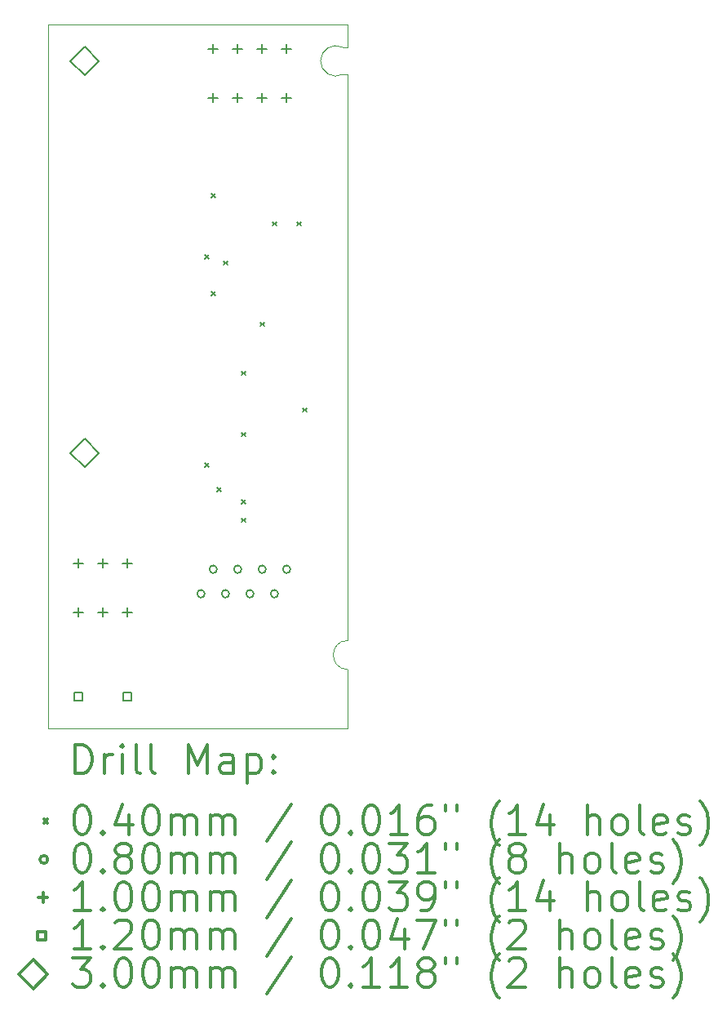
<source format=gbr>
%FSLAX45Y45*%
G04 Gerber Fmt 4.5, Leading zero omitted, Abs format (unit mm)*
G04 Created by KiCad (PCBNEW (5.1.6)-1) date 2023-01-22 16:57:35*
%MOMM*%
%LPD*%
G01*
G04 APERTURE LIST*
%TA.AperFunction,Profile*%
%ADD10C,0.050000*%
%TD*%
%ADD11C,0.200000*%
%ADD12C,0.300000*%
G04 APERTURE END LIST*
D10*
X14554200Y-6680200D02*
G75*
G02*
X14554200Y-6400800I-73800J139700D01*
G01*
X14605000Y-6400800D02*
X14554200Y-6400800D01*
X14605000Y-6680200D02*
X14554200Y-6680200D01*
X14605000Y-6159500D02*
X14605000Y-6400800D01*
X14605000Y-12850000D02*
G75*
G02*
X14605000Y-12550000I0J150000D01*
G01*
X11493500Y-6159500D02*
X12382500Y-6159500D01*
X11493500Y-6350000D02*
X11493500Y-6159500D01*
X11493500Y-9842500D02*
X11493500Y-6350000D01*
X11493500Y-13462000D02*
X11493500Y-9842500D01*
X14605000Y-6159500D02*
X12382500Y-6159500D01*
X14605000Y-12550000D02*
X14605000Y-6680200D01*
X14605000Y-13462000D02*
X14605000Y-12850000D01*
X11493500Y-13462000D02*
X14605000Y-13462000D01*
D11*
X13505500Y-10394000D02*
X13545500Y-10434000D01*
X13545500Y-10394000D02*
X13505500Y-10434000D01*
X13505500Y-11283000D02*
X13545500Y-11323000D01*
X13545500Y-11283000D02*
X13505500Y-11323000D01*
X13696000Y-9251000D02*
X13736000Y-9291000D01*
X13736000Y-9251000D02*
X13696000Y-9291000D01*
X14140500Y-10140000D02*
X14180500Y-10180000D01*
X14180500Y-10140000D02*
X14140500Y-10180000D01*
X13505500Y-9759000D02*
X13545500Y-9799000D01*
X13545500Y-9759000D02*
X13505500Y-9799000D01*
X13124500Y-10711500D02*
X13164500Y-10751500D01*
X13164500Y-10711500D02*
X13124500Y-10751500D01*
X13505500Y-11092500D02*
X13545500Y-11132500D01*
X13545500Y-11092500D02*
X13505500Y-11132500D01*
X14077000Y-8209600D02*
X14117000Y-8249600D01*
X14117000Y-8209600D02*
X14077000Y-8249600D01*
X13315000Y-8616000D02*
X13355000Y-8656000D01*
X13355000Y-8616000D02*
X13315000Y-8656000D01*
X13188000Y-7917500D02*
X13228000Y-7957500D01*
X13228000Y-7917500D02*
X13188000Y-7957500D01*
X13124500Y-8552500D02*
X13164500Y-8592500D01*
X13164500Y-8552500D02*
X13124500Y-8592500D01*
X13188000Y-8933500D02*
X13228000Y-8973500D01*
X13228000Y-8933500D02*
X13188000Y-8973500D01*
X13823000Y-8209600D02*
X13863000Y-8249600D01*
X13863000Y-8209600D02*
X13823000Y-8249600D01*
X13251500Y-10965500D02*
X13291500Y-11005500D01*
X13291500Y-10965500D02*
X13251500Y-11005500D01*
X13121100Y-12065000D02*
G75*
G03*
X13121100Y-12065000I-40000J0D01*
G01*
X13248100Y-11811000D02*
G75*
G03*
X13248100Y-11811000I-40000J0D01*
G01*
X13375100Y-12065000D02*
G75*
G03*
X13375100Y-12065000I-40000J0D01*
G01*
X13502100Y-11811000D02*
G75*
G03*
X13502100Y-11811000I-40000J0D01*
G01*
X13629100Y-12065000D02*
G75*
G03*
X13629100Y-12065000I-40000J0D01*
G01*
X13756100Y-11811000D02*
G75*
G03*
X13756100Y-11811000I-40000J0D01*
G01*
X13883100Y-12065000D02*
G75*
G03*
X13883100Y-12065000I-40000J0D01*
G01*
X14010100Y-11811000D02*
G75*
G03*
X14010100Y-11811000I-40000J0D01*
G01*
X11811000Y-12205500D02*
X11811000Y-12305500D01*
X11761000Y-12255500D02*
X11861000Y-12255500D01*
X12065000Y-12205500D02*
X12065000Y-12305500D01*
X12015000Y-12255500D02*
X12115000Y-12255500D01*
X12319000Y-12205500D02*
X12319000Y-12305500D01*
X12269000Y-12255500D02*
X12369000Y-12255500D01*
X11811000Y-11697500D02*
X11811000Y-11797500D01*
X11761000Y-11747500D02*
X11861000Y-11747500D01*
X12065000Y-11697500D02*
X12065000Y-11797500D01*
X12015000Y-11747500D02*
X12115000Y-11747500D01*
X12319000Y-11697500D02*
X12319000Y-11797500D01*
X12269000Y-11747500D02*
X12369000Y-11747500D01*
X13208000Y-6363500D02*
X13208000Y-6463500D01*
X13158000Y-6413500D02*
X13258000Y-6413500D01*
X13462000Y-6363500D02*
X13462000Y-6463500D01*
X13412000Y-6413500D02*
X13512000Y-6413500D01*
X13716000Y-6363500D02*
X13716000Y-6463500D01*
X13666000Y-6413500D02*
X13766000Y-6413500D01*
X13970000Y-6363500D02*
X13970000Y-6463500D01*
X13920000Y-6413500D02*
X14020000Y-6413500D01*
X13208000Y-6871500D02*
X13208000Y-6971500D01*
X13158000Y-6921500D02*
X13258000Y-6921500D01*
X13462000Y-6871500D02*
X13462000Y-6971500D01*
X13412000Y-6921500D02*
X13512000Y-6921500D01*
X13716000Y-6871500D02*
X13716000Y-6971500D01*
X13666000Y-6921500D02*
X13766000Y-6921500D01*
X13970000Y-6871500D02*
X13970000Y-6971500D01*
X13920000Y-6921500D02*
X14020000Y-6921500D01*
X11853427Y-13174227D02*
X11853427Y-13089373D01*
X11768573Y-13089373D01*
X11768573Y-13174227D01*
X11853427Y-13174227D01*
X12361427Y-13174227D02*
X12361427Y-13089373D01*
X12276573Y-13089373D01*
X12276573Y-13174227D01*
X12361427Y-13174227D01*
X11874500Y-6690500D02*
X12024500Y-6540500D01*
X11874500Y-6390500D01*
X11724500Y-6540500D01*
X11874500Y-6690500D01*
X11874500Y-10754500D02*
X12024500Y-10604500D01*
X11874500Y-10454500D01*
X11724500Y-10604500D01*
X11874500Y-10754500D01*
D12*
X11777428Y-13930214D02*
X11777428Y-13630214D01*
X11848857Y-13630214D01*
X11891714Y-13644500D01*
X11920286Y-13673071D01*
X11934571Y-13701643D01*
X11948857Y-13758786D01*
X11948857Y-13801643D01*
X11934571Y-13858786D01*
X11920286Y-13887357D01*
X11891714Y-13915929D01*
X11848857Y-13930214D01*
X11777428Y-13930214D01*
X12077428Y-13930214D02*
X12077428Y-13730214D01*
X12077428Y-13787357D02*
X12091714Y-13758786D01*
X12106000Y-13744500D01*
X12134571Y-13730214D01*
X12163143Y-13730214D01*
X12263143Y-13930214D02*
X12263143Y-13730214D01*
X12263143Y-13630214D02*
X12248857Y-13644500D01*
X12263143Y-13658786D01*
X12277428Y-13644500D01*
X12263143Y-13630214D01*
X12263143Y-13658786D01*
X12448857Y-13930214D02*
X12420286Y-13915929D01*
X12406000Y-13887357D01*
X12406000Y-13630214D01*
X12606000Y-13930214D02*
X12577428Y-13915929D01*
X12563143Y-13887357D01*
X12563143Y-13630214D01*
X12948857Y-13930214D02*
X12948857Y-13630214D01*
X13048857Y-13844500D01*
X13148857Y-13630214D01*
X13148857Y-13930214D01*
X13420286Y-13930214D02*
X13420286Y-13773071D01*
X13406000Y-13744500D01*
X13377428Y-13730214D01*
X13320286Y-13730214D01*
X13291714Y-13744500D01*
X13420286Y-13915929D02*
X13391714Y-13930214D01*
X13320286Y-13930214D01*
X13291714Y-13915929D01*
X13277428Y-13887357D01*
X13277428Y-13858786D01*
X13291714Y-13830214D01*
X13320286Y-13815929D01*
X13391714Y-13815929D01*
X13420286Y-13801643D01*
X13563143Y-13730214D02*
X13563143Y-14030214D01*
X13563143Y-13744500D02*
X13591714Y-13730214D01*
X13648857Y-13730214D01*
X13677428Y-13744500D01*
X13691714Y-13758786D01*
X13706000Y-13787357D01*
X13706000Y-13873071D01*
X13691714Y-13901643D01*
X13677428Y-13915929D01*
X13648857Y-13930214D01*
X13591714Y-13930214D01*
X13563143Y-13915929D01*
X13834571Y-13901643D02*
X13848857Y-13915929D01*
X13834571Y-13930214D01*
X13820286Y-13915929D01*
X13834571Y-13901643D01*
X13834571Y-13930214D01*
X13834571Y-13744500D02*
X13848857Y-13758786D01*
X13834571Y-13773071D01*
X13820286Y-13758786D01*
X13834571Y-13744500D01*
X13834571Y-13773071D01*
X11451000Y-14404500D02*
X11491000Y-14444500D01*
X11491000Y-14404500D02*
X11451000Y-14444500D01*
X11834571Y-14260214D02*
X11863143Y-14260214D01*
X11891714Y-14274500D01*
X11906000Y-14288786D01*
X11920286Y-14317357D01*
X11934571Y-14374500D01*
X11934571Y-14445929D01*
X11920286Y-14503071D01*
X11906000Y-14531643D01*
X11891714Y-14545929D01*
X11863143Y-14560214D01*
X11834571Y-14560214D01*
X11806000Y-14545929D01*
X11791714Y-14531643D01*
X11777428Y-14503071D01*
X11763143Y-14445929D01*
X11763143Y-14374500D01*
X11777428Y-14317357D01*
X11791714Y-14288786D01*
X11806000Y-14274500D01*
X11834571Y-14260214D01*
X12063143Y-14531643D02*
X12077428Y-14545929D01*
X12063143Y-14560214D01*
X12048857Y-14545929D01*
X12063143Y-14531643D01*
X12063143Y-14560214D01*
X12334571Y-14360214D02*
X12334571Y-14560214D01*
X12263143Y-14245929D02*
X12191714Y-14460214D01*
X12377428Y-14460214D01*
X12548857Y-14260214D02*
X12577428Y-14260214D01*
X12606000Y-14274500D01*
X12620286Y-14288786D01*
X12634571Y-14317357D01*
X12648857Y-14374500D01*
X12648857Y-14445929D01*
X12634571Y-14503071D01*
X12620286Y-14531643D01*
X12606000Y-14545929D01*
X12577428Y-14560214D01*
X12548857Y-14560214D01*
X12520286Y-14545929D01*
X12506000Y-14531643D01*
X12491714Y-14503071D01*
X12477428Y-14445929D01*
X12477428Y-14374500D01*
X12491714Y-14317357D01*
X12506000Y-14288786D01*
X12520286Y-14274500D01*
X12548857Y-14260214D01*
X12777428Y-14560214D02*
X12777428Y-14360214D01*
X12777428Y-14388786D02*
X12791714Y-14374500D01*
X12820286Y-14360214D01*
X12863143Y-14360214D01*
X12891714Y-14374500D01*
X12906000Y-14403071D01*
X12906000Y-14560214D01*
X12906000Y-14403071D02*
X12920286Y-14374500D01*
X12948857Y-14360214D01*
X12991714Y-14360214D01*
X13020286Y-14374500D01*
X13034571Y-14403071D01*
X13034571Y-14560214D01*
X13177428Y-14560214D02*
X13177428Y-14360214D01*
X13177428Y-14388786D02*
X13191714Y-14374500D01*
X13220286Y-14360214D01*
X13263143Y-14360214D01*
X13291714Y-14374500D01*
X13306000Y-14403071D01*
X13306000Y-14560214D01*
X13306000Y-14403071D02*
X13320286Y-14374500D01*
X13348857Y-14360214D01*
X13391714Y-14360214D01*
X13420286Y-14374500D01*
X13434571Y-14403071D01*
X13434571Y-14560214D01*
X14020286Y-14245929D02*
X13763143Y-14631643D01*
X14406000Y-14260214D02*
X14434571Y-14260214D01*
X14463143Y-14274500D01*
X14477428Y-14288786D01*
X14491714Y-14317357D01*
X14506000Y-14374500D01*
X14506000Y-14445929D01*
X14491714Y-14503071D01*
X14477428Y-14531643D01*
X14463143Y-14545929D01*
X14434571Y-14560214D01*
X14406000Y-14560214D01*
X14377428Y-14545929D01*
X14363143Y-14531643D01*
X14348857Y-14503071D01*
X14334571Y-14445929D01*
X14334571Y-14374500D01*
X14348857Y-14317357D01*
X14363143Y-14288786D01*
X14377428Y-14274500D01*
X14406000Y-14260214D01*
X14634571Y-14531643D02*
X14648857Y-14545929D01*
X14634571Y-14560214D01*
X14620286Y-14545929D01*
X14634571Y-14531643D01*
X14634571Y-14560214D01*
X14834571Y-14260214D02*
X14863143Y-14260214D01*
X14891714Y-14274500D01*
X14906000Y-14288786D01*
X14920286Y-14317357D01*
X14934571Y-14374500D01*
X14934571Y-14445929D01*
X14920286Y-14503071D01*
X14906000Y-14531643D01*
X14891714Y-14545929D01*
X14863143Y-14560214D01*
X14834571Y-14560214D01*
X14806000Y-14545929D01*
X14791714Y-14531643D01*
X14777428Y-14503071D01*
X14763143Y-14445929D01*
X14763143Y-14374500D01*
X14777428Y-14317357D01*
X14791714Y-14288786D01*
X14806000Y-14274500D01*
X14834571Y-14260214D01*
X15220286Y-14560214D02*
X15048857Y-14560214D01*
X15134571Y-14560214D02*
X15134571Y-14260214D01*
X15106000Y-14303071D01*
X15077428Y-14331643D01*
X15048857Y-14345929D01*
X15477428Y-14260214D02*
X15420286Y-14260214D01*
X15391714Y-14274500D01*
X15377428Y-14288786D01*
X15348857Y-14331643D01*
X15334571Y-14388786D01*
X15334571Y-14503071D01*
X15348857Y-14531643D01*
X15363143Y-14545929D01*
X15391714Y-14560214D01*
X15448857Y-14560214D01*
X15477428Y-14545929D01*
X15491714Y-14531643D01*
X15506000Y-14503071D01*
X15506000Y-14431643D01*
X15491714Y-14403071D01*
X15477428Y-14388786D01*
X15448857Y-14374500D01*
X15391714Y-14374500D01*
X15363143Y-14388786D01*
X15348857Y-14403071D01*
X15334571Y-14431643D01*
X15620286Y-14260214D02*
X15620286Y-14317357D01*
X15734571Y-14260214D02*
X15734571Y-14317357D01*
X16177428Y-14674500D02*
X16163143Y-14660214D01*
X16134571Y-14617357D01*
X16120286Y-14588786D01*
X16106000Y-14545929D01*
X16091714Y-14474500D01*
X16091714Y-14417357D01*
X16106000Y-14345929D01*
X16120286Y-14303071D01*
X16134571Y-14274500D01*
X16163143Y-14231643D01*
X16177428Y-14217357D01*
X16448857Y-14560214D02*
X16277428Y-14560214D01*
X16363143Y-14560214D02*
X16363143Y-14260214D01*
X16334571Y-14303071D01*
X16306000Y-14331643D01*
X16277428Y-14345929D01*
X16706000Y-14360214D02*
X16706000Y-14560214D01*
X16634571Y-14245929D02*
X16563143Y-14460214D01*
X16748857Y-14460214D01*
X17091714Y-14560214D02*
X17091714Y-14260214D01*
X17220286Y-14560214D02*
X17220286Y-14403071D01*
X17206000Y-14374500D01*
X17177428Y-14360214D01*
X17134571Y-14360214D01*
X17106000Y-14374500D01*
X17091714Y-14388786D01*
X17406000Y-14560214D02*
X17377428Y-14545929D01*
X17363143Y-14531643D01*
X17348857Y-14503071D01*
X17348857Y-14417357D01*
X17363143Y-14388786D01*
X17377428Y-14374500D01*
X17406000Y-14360214D01*
X17448857Y-14360214D01*
X17477428Y-14374500D01*
X17491714Y-14388786D01*
X17506000Y-14417357D01*
X17506000Y-14503071D01*
X17491714Y-14531643D01*
X17477428Y-14545929D01*
X17448857Y-14560214D01*
X17406000Y-14560214D01*
X17677428Y-14560214D02*
X17648857Y-14545929D01*
X17634571Y-14517357D01*
X17634571Y-14260214D01*
X17906000Y-14545929D02*
X17877428Y-14560214D01*
X17820286Y-14560214D01*
X17791714Y-14545929D01*
X17777428Y-14517357D01*
X17777428Y-14403071D01*
X17791714Y-14374500D01*
X17820286Y-14360214D01*
X17877428Y-14360214D01*
X17906000Y-14374500D01*
X17920286Y-14403071D01*
X17920286Y-14431643D01*
X17777428Y-14460214D01*
X18034571Y-14545929D02*
X18063143Y-14560214D01*
X18120286Y-14560214D01*
X18148857Y-14545929D01*
X18163143Y-14517357D01*
X18163143Y-14503071D01*
X18148857Y-14474500D01*
X18120286Y-14460214D01*
X18077428Y-14460214D01*
X18048857Y-14445929D01*
X18034571Y-14417357D01*
X18034571Y-14403071D01*
X18048857Y-14374500D01*
X18077428Y-14360214D01*
X18120286Y-14360214D01*
X18148857Y-14374500D01*
X18263143Y-14674500D02*
X18277428Y-14660214D01*
X18306000Y-14617357D01*
X18320286Y-14588786D01*
X18334571Y-14545929D01*
X18348857Y-14474500D01*
X18348857Y-14417357D01*
X18334571Y-14345929D01*
X18320286Y-14303071D01*
X18306000Y-14274500D01*
X18277428Y-14231643D01*
X18263143Y-14217357D01*
X11491000Y-14820500D02*
G75*
G03*
X11491000Y-14820500I-40000J0D01*
G01*
X11834571Y-14656214D02*
X11863143Y-14656214D01*
X11891714Y-14670500D01*
X11906000Y-14684786D01*
X11920286Y-14713357D01*
X11934571Y-14770500D01*
X11934571Y-14841929D01*
X11920286Y-14899071D01*
X11906000Y-14927643D01*
X11891714Y-14941929D01*
X11863143Y-14956214D01*
X11834571Y-14956214D01*
X11806000Y-14941929D01*
X11791714Y-14927643D01*
X11777428Y-14899071D01*
X11763143Y-14841929D01*
X11763143Y-14770500D01*
X11777428Y-14713357D01*
X11791714Y-14684786D01*
X11806000Y-14670500D01*
X11834571Y-14656214D01*
X12063143Y-14927643D02*
X12077428Y-14941929D01*
X12063143Y-14956214D01*
X12048857Y-14941929D01*
X12063143Y-14927643D01*
X12063143Y-14956214D01*
X12248857Y-14784786D02*
X12220286Y-14770500D01*
X12206000Y-14756214D01*
X12191714Y-14727643D01*
X12191714Y-14713357D01*
X12206000Y-14684786D01*
X12220286Y-14670500D01*
X12248857Y-14656214D01*
X12306000Y-14656214D01*
X12334571Y-14670500D01*
X12348857Y-14684786D01*
X12363143Y-14713357D01*
X12363143Y-14727643D01*
X12348857Y-14756214D01*
X12334571Y-14770500D01*
X12306000Y-14784786D01*
X12248857Y-14784786D01*
X12220286Y-14799071D01*
X12206000Y-14813357D01*
X12191714Y-14841929D01*
X12191714Y-14899071D01*
X12206000Y-14927643D01*
X12220286Y-14941929D01*
X12248857Y-14956214D01*
X12306000Y-14956214D01*
X12334571Y-14941929D01*
X12348857Y-14927643D01*
X12363143Y-14899071D01*
X12363143Y-14841929D01*
X12348857Y-14813357D01*
X12334571Y-14799071D01*
X12306000Y-14784786D01*
X12548857Y-14656214D02*
X12577428Y-14656214D01*
X12606000Y-14670500D01*
X12620286Y-14684786D01*
X12634571Y-14713357D01*
X12648857Y-14770500D01*
X12648857Y-14841929D01*
X12634571Y-14899071D01*
X12620286Y-14927643D01*
X12606000Y-14941929D01*
X12577428Y-14956214D01*
X12548857Y-14956214D01*
X12520286Y-14941929D01*
X12506000Y-14927643D01*
X12491714Y-14899071D01*
X12477428Y-14841929D01*
X12477428Y-14770500D01*
X12491714Y-14713357D01*
X12506000Y-14684786D01*
X12520286Y-14670500D01*
X12548857Y-14656214D01*
X12777428Y-14956214D02*
X12777428Y-14756214D01*
X12777428Y-14784786D02*
X12791714Y-14770500D01*
X12820286Y-14756214D01*
X12863143Y-14756214D01*
X12891714Y-14770500D01*
X12906000Y-14799071D01*
X12906000Y-14956214D01*
X12906000Y-14799071D02*
X12920286Y-14770500D01*
X12948857Y-14756214D01*
X12991714Y-14756214D01*
X13020286Y-14770500D01*
X13034571Y-14799071D01*
X13034571Y-14956214D01*
X13177428Y-14956214D02*
X13177428Y-14756214D01*
X13177428Y-14784786D02*
X13191714Y-14770500D01*
X13220286Y-14756214D01*
X13263143Y-14756214D01*
X13291714Y-14770500D01*
X13306000Y-14799071D01*
X13306000Y-14956214D01*
X13306000Y-14799071D02*
X13320286Y-14770500D01*
X13348857Y-14756214D01*
X13391714Y-14756214D01*
X13420286Y-14770500D01*
X13434571Y-14799071D01*
X13434571Y-14956214D01*
X14020286Y-14641929D02*
X13763143Y-15027643D01*
X14406000Y-14656214D02*
X14434571Y-14656214D01*
X14463143Y-14670500D01*
X14477428Y-14684786D01*
X14491714Y-14713357D01*
X14506000Y-14770500D01*
X14506000Y-14841929D01*
X14491714Y-14899071D01*
X14477428Y-14927643D01*
X14463143Y-14941929D01*
X14434571Y-14956214D01*
X14406000Y-14956214D01*
X14377428Y-14941929D01*
X14363143Y-14927643D01*
X14348857Y-14899071D01*
X14334571Y-14841929D01*
X14334571Y-14770500D01*
X14348857Y-14713357D01*
X14363143Y-14684786D01*
X14377428Y-14670500D01*
X14406000Y-14656214D01*
X14634571Y-14927643D02*
X14648857Y-14941929D01*
X14634571Y-14956214D01*
X14620286Y-14941929D01*
X14634571Y-14927643D01*
X14634571Y-14956214D01*
X14834571Y-14656214D02*
X14863143Y-14656214D01*
X14891714Y-14670500D01*
X14906000Y-14684786D01*
X14920286Y-14713357D01*
X14934571Y-14770500D01*
X14934571Y-14841929D01*
X14920286Y-14899071D01*
X14906000Y-14927643D01*
X14891714Y-14941929D01*
X14863143Y-14956214D01*
X14834571Y-14956214D01*
X14806000Y-14941929D01*
X14791714Y-14927643D01*
X14777428Y-14899071D01*
X14763143Y-14841929D01*
X14763143Y-14770500D01*
X14777428Y-14713357D01*
X14791714Y-14684786D01*
X14806000Y-14670500D01*
X14834571Y-14656214D01*
X15034571Y-14656214D02*
X15220286Y-14656214D01*
X15120286Y-14770500D01*
X15163143Y-14770500D01*
X15191714Y-14784786D01*
X15206000Y-14799071D01*
X15220286Y-14827643D01*
X15220286Y-14899071D01*
X15206000Y-14927643D01*
X15191714Y-14941929D01*
X15163143Y-14956214D01*
X15077428Y-14956214D01*
X15048857Y-14941929D01*
X15034571Y-14927643D01*
X15506000Y-14956214D02*
X15334571Y-14956214D01*
X15420286Y-14956214D02*
X15420286Y-14656214D01*
X15391714Y-14699071D01*
X15363143Y-14727643D01*
X15334571Y-14741929D01*
X15620286Y-14656214D02*
X15620286Y-14713357D01*
X15734571Y-14656214D02*
X15734571Y-14713357D01*
X16177428Y-15070500D02*
X16163143Y-15056214D01*
X16134571Y-15013357D01*
X16120286Y-14984786D01*
X16106000Y-14941929D01*
X16091714Y-14870500D01*
X16091714Y-14813357D01*
X16106000Y-14741929D01*
X16120286Y-14699071D01*
X16134571Y-14670500D01*
X16163143Y-14627643D01*
X16177428Y-14613357D01*
X16334571Y-14784786D02*
X16306000Y-14770500D01*
X16291714Y-14756214D01*
X16277428Y-14727643D01*
X16277428Y-14713357D01*
X16291714Y-14684786D01*
X16306000Y-14670500D01*
X16334571Y-14656214D01*
X16391714Y-14656214D01*
X16420286Y-14670500D01*
X16434571Y-14684786D01*
X16448857Y-14713357D01*
X16448857Y-14727643D01*
X16434571Y-14756214D01*
X16420286Y-14770500D01*
X16391714Y-14784786D01*
X16334571Y-14784786D01*
X16306000Y-14799071D01*
X16291714Y-14813357D01*
X16277428Y-14841929D01*
X16277428Y-14899071D01*
X16291714Y-14927643D01*
X16306000Y-14941929D01*
X16334571Y-14956214D01*
X16391714Y-14956214D01*
X16420286Y-14941929D01*
X16434571Y-14927643D01*
X16448857Y-14899071D01*
X16448857Y-14841929D01*
X16434571Y-14813357D01*
X16420286Y-14799071D01*
X16391714Y-14784786D01*
X16806000Y-14956214D02*
X16806000Y-14656214D01*
X16934571Y-14956214D02*
X16934571Y-14799071D01*
X16920286Y-14770500D01*
X16891714Y-14756214D01*
X16848857Y-14756214D01*
X16820286Y-14770500D01*
X16806000Y-14784786D01*
X17120286Y-14956214D02*
X17091714Y-14941929D01*
X17077428Y-14927643D01*
X17063143Y-14899071D01*
X17063143Y-14813357D01*
X17077428Y-14784786D01*
X17091714Y-14770500D01*
X17120286Y-14756214D01*
X17163143Y-14756214D01*
X17191714Y-14770500D01*
X17206000Y-14784786D01*
X17220286Y-14813357D01*
X17220286Y-14899071D01*
X17206000Y-14927643D01*
X17191714Y-14941929D01*
X17163143Y-14956214D01*
X17120286Y-14956214D01*
X17391714Y-14956214D02*
X17363143Y-14941929D01*
X17348857Y-14913357D01*
X17348857Y-14656214D01*
X17620286Y-14941929D02*
X17591714Y-14956214D01*
X17534571Y-14956214D01*
X17506000Y-14941929D01*
X17491714Y-14913357D01*
X17491714Y-14799071D01*
X17506000Y-14770500D01*
X17534571Y-14756214D01*
X17591714Y-14756214D01*
X17620286Y-14770500D01*
X17634571Y-14799071D01*
X17634571Y-14827643D01*
X17491714Y-14856214D01*
X17748857Y-14941929D02*
X17777428Y-14956214D01*
X17834571Y-14956214D01*
X17863143Y-14941929D01*
X17877428Y-14913357D01*
X17877428Y-14899071D01*
X17863143Y-14870500D01*
X17834571Y-14856214D01*
X17791714Y-14856214D01*
X17763143Y-14841929D01*
X17748857Y-14813357D01*
X17748857Y-14799071D01*
X17763143Y-14770500D01*
X17791714Y-14756214D01*
X17834571Y-14756214D01*
X17863143Y-14770500D01*
X17977428Y-15070500D02*
X17991714Y-15056214D01*
X18020286Y-15013357D01*
X18034571Y-14984786D01*
X18048857Y-14941929D01*
X18063143Y-14870500D01*
X18063143Y-14813357D01*
X18048857Y-14741929D01*
X18034571Y-14699071D01*
X18020286Y-14670500D01*
X17991714Y-14627643D01*
X17977428Y-14613357D01*
X11441000Y-15166500D02*
X11441000Y-15266500D01*
X11391000Y-15216500D02*
X11491000Y-15216500D01*
X11934571Y-15352214D02*
X11763143Y-15352214D01*
X11848857Y-15352214D02*
X11848857Y-15052214D01*
X11820286Y-15095071D01*
X11791714Y-15123643D01*
X11763143Y-15137929D01*
X12063143Y-15323643D02*
X12077428Y-15337929D01*
X12063143Y-15352214D01*
X12048857Y-15337929D01*
X12063143Y-15323643D01*
X12063143Y-15352214D01*
X12263143Y-15052214D02*
X12291714Y-15052214D01*
X12320286Y-15066500D01*
X12334571Y-15080786D01*
X12348857Y-15109357D01*
X12363143Y-15166500D01*
X12363143Y-15237929D01*
X12348857Y-15295071D01*
X12334571Y-15323643D01*
X12320286Y-15337929D01*
X12291714Y-15352214D01*
X12263143Y-15352214D01*
X12234571Y-15337929D01*
X12220286Y-15323643D01*
X12206000Y-15295071D01*
X12191714Y-15237929D01*
X12191714Y-15166500D01*
X12206000Y-15109357D01*
X12220286Y-15080786D01*
X12234571Y-15066500D01*
X12263143Y-15052214D01*
X12548857Y-15052214D02*
X12577428Y-15052214D01*
X12606000Y-15066500D01*
X12620286Y-15080786D01*
X12634571Y-15109357D01*
X12648857Y-15166500D01*
X12648857Y-15237929D01*
X12634571Y-15295071D01*
X12620286Y-15323643D01*
X12606000Y-15337929D01*
X12577428Y-15352214D01*
X12548857Y-15352214D01*
X12520286Y-15337929D01*
X12506000Y-15323643D01*
X12491714Y-15295071D01*
X12477428Y-15237929D01*
X12477428Y-15166500D01*
X12491714Y-15109357D01*
X12506000Y-15080786D01*
X12520286Y-15066500D01*
X12548857Y-15052214D01*
X12777428Y-15352214D02*
X12777428Y-15152214D01*
X12777428Y-15180786D02*
X12791714Y-15166500D01*
X12820286Y-15152214D01*
X12863143Y-15152214D01*
X12891714Y-15166500D01*
X12906000Y-15195071D01*
X12906000Y-15352214D01*
X12906000Y-15195071D02*
X12920286Y-15166500D01*
X12948857Y-15152214D01*
X12991714Y-15152214D01*
X13020286Y-15166500D01*
X13034571Y-15195071D01*
X13034571Y-15352214D01*
X13177428Y-15352214D02*
X13177428Y-15152214D01*
X13177428Y-15180786D02*
X13191714Y-15166500D01*
X13220286Y-15152214D01*
X13263143Y-15152214D01*
X13291714Y-15166500D01*
X13306000Y-15195071D01*
X13306000Y-15352214D01*
X13306000Y-15195071D02*
X13320286Y-15166500D01*
X13348857Y-15152214D01*
X13391714Y-15152214D01*
X13420286Y-15166500D01*
X13434571Y-15195071D01*
X13434571Y-15352214D01*
X14020286Y-15037929D02*
X13763143Y-15423643D01*
X14406000Y-15052214D02*
X14434571Y-15052214D01*
X14463143Y-15066500D01*
X14477428Y-15080786D01*
X14491714Y-15109357D01*
X14506000Y-15166500D01*
X14506000Y-15237929D01*
X14491714Y-15295071D01*
X14477428Y-15323643D01*
X14463143Y-15337929D01*
X14434571Y-15352214D01*
X14406000Y-15352214D01*
X14377428Y-15337929D01*
X14363143Y-15323643D01*
X14348857Y-15295071D01*
X14334571Y-15237929D01*
X14334571Y-15166500D01*
X14348857Y-15109357D01*
X14363143Y-15080786D01*
X14377428Y-15066500D01*
X14406000Y-15052214D01*
X14634571Y-15323643D02*
X14648857Y-15337929D01*
X14634571Y-15352214D01*
X14620286Y-15337929D01*
X14634571Y-15323643D01*
X14634571Y-15352214D01*
X14834571Y-15052214D02*
X14863143Y-15052214D01*
X14891714Y-15066500D01*
X14906000Y-15080786D01*
X14920286Y-15109357D01*
X14934571Y-15166500D01*
X14934571Y-15237929D01*
X14920286Y-15295071D01*
X14906000Y-15323643D01*
X14891714Y-15337929D01*
X14863143Y-15352214D01*
X14834571Y-15352214D01*
X14806000Y-15337929D01*
X14791714Y-15323643D01*
X14777428Y-15295071D01*
X14763143Y-15237929D01*
X14763143Y-15166500D01*
X14777428Y-15109357D01*
X14791714Y-15080786D01*
X14806000Y-15066500D01*
X14834571Y-15052214D01*
X15034571Y-15052214D02*
X15220286Y-15052214D01*
X15120286Y-15166500D01*
X15163143Y-15166500D01*
X15191714Y-15180786D01*
X15206000Y-15195071D01*
X15220286Y-15223643D01*
X15220286Y-15295071D01*
X15206000Y-15323643D01*
X15191714Y-15337929D01*
X15163143Y-15352214D01*
X15077428Y-15352214D01*
X15048857Y-15337929D01*
X15034571Y-15323643D01*
X15363143Y-15352214D02*
X15420286Y-15352214D01*
X15448857Y-15337929D01*
X15463143Y-15323643D01*
X15491714Y-15280786D01*
X15506000Y-15223643D01*
X15506000Y-15109357D01*
X15491714Y-15080786D01*
X15477428Y-15066500D01*
X15448857Y-15052214D01*
X15391714Y-15052214D01*
X15363143Y-15066500D01*
X15348857Y-15080786D01*
X15334571Y-15109357D01*
X15334571Y-15180786D01*
X15348857Y-15209357D01*
X15363143Y-15223643D01*
X15391714Y-15237929D01*
X15448857Y-15237929D01*
X15477428Y-15223643D01*
X15491714Y-15209357D01*
X15506000Y-15180786D01*
X15620286Y-15052214D02*
X15620286Y-15109357D01*
X15734571Y-15052214D02*
X15734571Y-15109357D01*
X16177428Y-15466500D02*
X16163143Y-15452214D01*
X16134571Y-15409357D01*
X16120286Y-15380786D01*
X16106000Y-15337929D01*
X16091714Y-15266500D01*
X16091714Y-15209357D01*
X16106000Y-15137929D01*
X16120286Y-15095071D01*
X16134571Y-15066500D01*
X16163143Y-15023643D01*
X16177428Y-15009357D01*
X16448857Y-15352214D02*
X16277428Y-15352214D01*
X16363143Y-15352214D02*
X16363143Y-15052214D01*
X16334571Y-15095071D01*
X16306000Y-15123643D01*
X16277428Y-15137929D01*
X16706000Y-15152214D02*
X16706000Y-15352214D01*
X16634571Y-15037929D02*
X16563143Y-15252214D01*
X16748857Y-15252214D01*
X17091714Y-15352214D02*
X17091714Y-15052214D01*
X17220286Y-15352214D02*
X17220286Y-15195071D01*
X17206000Y-15166500D01*
X17177428Y-15152214D01*
X17134571Y-15152214D01*
X17106000Y-15166500D01*
X17091714Y-15180786D01*
X17406000Y-15352214D02*
X17377428Y-15337929D01*
X17363143Y-15323643D01*
X17348857Y-15295071D01*
X17348857Y-15209357D01*
X17363143Y-15180786D01*
X17377428Y-15166500D01*
X17406000Y-15152214D01*
X17448857Y-15152214D01*
X17477428Y-15166500D01*
X17491714Y-15180786D01*
X17506000Y-15209357D01*
X17506000Y-15295071D01*
X17491714Y-15323643D01*
X17477428Y-15337929D01*
X17448857Y-15352214D01*
X17406000Y-15352214D01*
X17677428Y-15352214D02*
X17648857Y-15337929D01*
X17634571Y-15309357D01*
X17634571Y-15052214D01*
X17906000Y-15337929D02*
X17877428Y-15352214D01*
X17820286Y-15352214D01*
X17791714Y-15337929D01*
X17777428Y-15309357D01*
X17777428Y-15195071D01*
X17791714Y-15166500D01*
X17820286Y-15152214D01*
X17877428Y-15152214D01*
X17906000Y-15166500D01*
X17920286Y-15195071D01*
X17920286Y-15223643D01*
X17777428Y-15252214D01*
X18034571Y-15337929D02*
X18063143Y-15352214D01*
X18120286Y-15352214D01*
X18148857Y-15337929D01*
X18163143Y-15309357D01*
X18163143Y-15295071D01*
X18148857Y-15266500D01*
X18120286Y-15252214D01*
X18077428Y-15252214D01*
X18048857Y-15237929D01*
X18034571Y-15209357D01*
X18034571Y-15195071D01*
X18048857Y-15166500D01*
X18077428Y-15152214D01*
X18120286Y-15152214D01*
X18148857Y-15166500D01*
X18263143Y-15466500D02*
X18277428Y-15452214D01*
X18306000Y-15409357D01*
X18320286Y-15380786D01*
X18334571Y-15337929D01*
X18348857Y-15266500D01*
X18348857Y-15209357D01*
X18334571Y-15137929D01*
X18320286Y-15095071D01*
X18306000Y-15066500D01*
X18277428Y-15023643D01*
X18263143Y-15009357D01*
X11473427Y-15654927D02*
X11473427Y-15570073D01*
X11388573Y-15570073D01*
X11388573Y-15654927D01*
X11473427Y-15654927D01*
X11934571Y-15748214D02*
X11763143Y-15748214D01*
X11848857Y-15748214D02*
X11848857Y-15448214D01*
X11820286Y-15491071D01*
X11791714Y-15519643D01*
X11763143Y-15533929D01*
X12063143Y-15719643D02*
X12077428Y-15733929D01*
X12063143Y-15748214D01*
X12048857Y-15733929D01*
X12063143Y-15719643D01*
X12063143Y-15748214D01*
X12191714Y-15476786D02*
X12206000Y-15462500D01*
X12234571Y-15448214D01*
X12306000Y-15448214D01*
X12334571Y-15462500D01*
X12348857Y-15476786D01*
X12363143Y-15505357D01*
X12363143Y-15533929D01*
X12348857Y-15576786D01*
X12177428Y-15748214D01*
X12363143Y-15748214D01*
X12548857Y-15448214D02*
X12577428Y-15448214D01*
X12606000Y-15462500D01*
X12620286Y-15476786D01*
X12634571Y-15505357D01*
X12648857Y-15562500D01*
X12648857Y-15633929D01*
X12634571Y-15691071D01*
X12620286Y-15719643D01*
X12606000Y-15733929D01*
X12577428Y-15748214D01*
X12548857Y-15748214D01*
X12520286Y-15733929D01*
X12506000Y-15719643D01*
X12491714Y-15691071D01*
X12477428Y-15633929D01*
X12477428Y-15562500D01*
X12491714Y-15505357D01*
X12506000Y-15476786D01*
X12520286Y-15462500D01*
X12548857Y-15448214D01*
X12777428Y-15748214D02*
X12777428Y-15548214D01*
X12777428Y-15576786D02*
X12791714Y-15562500D01*
X12820286Y-15548214D01*
X12863143Y-15548214D01*
X12891714Y-15562500D01*
X12906000Y-15591071D01*
X12906000Y-15748214D01*
X12906000Y-15591071D02*
X12920286Y-15562500D01*
X12948857Y-15548214D01*
X12991714Y-15548214D01*
X13020286Y-15562500D01*
X13034571Y-15591071D01*
X13034571Y-15748214D01*
X13177428Y-15748214D02*
X13177428Y-15548214D01*
X13177428Y-15576786D02*
X13191714Y-15562500D01*
X13220286Y-15548214D01*
X13263143Y-15548214D01*
X13291714Y-15562500D01*
X13306000Y-15591071D01*
X13306000Y-15748214D01*
X13306000Y-15591071D02*
X13320286Y-15562500D01*
X13348857Y-15548214D01*
X13391714Y-15548214D01*
X13420286Y-15562500D01*
X13434571Y-15591071D01*
X13434571Y-15748214D01*
X14020286Y-15433929D02*
X13763143Y-15819643D01*
X14406000Y-15448214D02*
X14434571Y-15448214D01*
X14463143Y-15462500D01*
X14477428Y-15476786D01*
X14491714Y-15505357D01*
X14506000Y-15562500D01*
X14506000Y-15633929D01*
X14491714Y-15691071D01*
X14477428Y-15719643D01*
X14463143Y-15733929D01*
X14434571Y-15748214D01*
X14406000Y-15748214D01*
X14377428Y-15733929D01*
X14363143Y-15719643D01*
X14348857Y-15691071D01*
X14334571Y-15633929D01*
X14334571Y-15562500D01*
X14348857Y-15505357D01*
X14363143Y-15476786D01*
X14377428Y-15462500D01*
X14406000Y-15448214D01*
X14634571Y-15719643D02*
X14648857Y-15733929D01*
X14634571Y-15748214D01*
X14620286Y-15733929D01*
X14634571Y-15719643D01*
X14634571Y-15748214D01*
X14834571Y-15448214D02*
X14863143Y-15448214D01*
X14891714Y-15462500D01*
X14906000Y-15476786D01*
X14920286Y-15505357D01*
X14934571Y-15562500D01*
X14934571Y-15633929D01*
X14920286Y-15691071D01*
X14906000Y-15719643D01*
X14891714Y-15733929D01*
X14863143Y-15748214D01*
X14834571Y-15748214D01*
X14806000Y-15733929D01*
X14791714Y-15719643D01*
X14777428Y-15691071D01*
X14763143Y-15633929D01*
X14763143Y-15562500D01*
X14777428Y-15505357D01*
X14791714Y-15476786D01*
X14806000Y-15462500D01*
X14834571Y-15448214D01*
X15191714Y-15548214D02*
X15191714Y-15748214D01*
X15120286Y-15433929D02*
X15048857Y-15648214D01*
X15234571Y-15648214D01*
X15320286Y-15448214D02*
X15520286Y-15448214D01*
X15391714Y-15748214D01*
X15620286Y-15448214D02*
X15620286Y-15505357D01*
X15734571Y-15448214D02*
X15734571Y-15505357D01*
X16177428Y-15862500D02*
X16163143Y-15848214D01*
X16134571Y-15805357D01*
X16120286Y-15776786D01*
X16106000Y-15733929D01*
X16091714Y-15662500D01*
X16091714Y-15605357D01*
X16106000Y-15533929D01*
X16120286Y-15491071D01*
X16134571Y-15462500D01*
X16163143Y-15419643D01*
X16177428Y-15405357D01*
X16277428Y-15476786D02*
X16291714Y-15462500D01*
X16320286Y-15448214D01*
X16391714Y-15448214D01*
X16420286Y-15462500D01*
X16434571Y-15476786D01*
X16448857Y-15505357D01*
X16448857Y-15533929D01*
X16434571Y-15576786D01*
X16263143Y-15748214D01*
X16448857Y-15748214D01*
X16806000Y-15748214D02*
X16806000Y-15448214D01*
X16934571Y-15748214D02*
X16934571Y-15591071D01*
X16920286Y-15562500D01*
X16891714Y-15548214D01*
X16848857Y-15548214D01*
X16820286Y-15562500D01*
X16806000Y-15576786D01*
X17120286Y-15748214D02*
X17091714Y-15733929D01*
X17077428Y-15719643D01*
X17063143Y-15691071D01*
X17063143Y-15605357D01*
X17077428Y-15576786D01*
X17091714Y-15562500D01*
X17120286Y-15548214D01*
X17163143Y-15548214D01*
X17191714Y-15562500D01*
X17206000Y-15576786D01*
X17220286Y-15605357D01*
X17220286Y-15691071D01*
X17206000Y-15719643D01*
X17191714Y-15733929D01*
X17163143Y-15748214D01*
X17120286Y-15748214D01*
X17391714Y-15748214D02*
X17363143Y-15733929D01*
X17348857Y-15705357D01*
X17348857Y-15448214D01*
X17620286Y-15733929D02*
X17591714Y-15748214D01*
X17534571Y-15748214D01*
X17506000Y-15733929D01*
X17491714Y-15705357D01*
X17491714Y-15591071D01*
X17506000Y-15562500D01*
X17534571Y-15548214D01*
X17591714Y-15548214D01*
X17620286Y-15562500D01*
X17634571Y-15591071D01*
X17634571Y-15619643D01*
X17491714Y-15648214D01*
X17748857Y-15733929D02*
X17777428Y-15748214D01*
X17834571Y-15748214D01*
X17863143Y-15733929D01*
X17877428Y-15705357D01*
X17877428Y-15691071D01*
X17863143Y-15662500D01*
X17834571Y-15648214D01*
X17791714Y-15648214D01*
X17763143Y-15633929D01*
X17748857Y-15605357D01*
X17748857Y-15591071D01*
X17763143Y-15562500D01*
X17791714Y-15548214D01*
X17834571Y-15548214D01*
X17863143Y-15562500D01*
X17977428Y-15862500D02*
X17991714Y-15848214D01*
X18020286Y-15805357D01*
X18034571Y-15776786D01*
X18048857Y-15733929D01*
X18063143Y-15662500D01*
X18063143Y-15605357D01*
X18048857Y-15533929D01*
X18034571Y-15491071D01*
X18020286Y-15462500D01*
X17991714Y-15419643D01*
X17977428Y-15405357D01*
X11341000Y-16158500D02*
X11491000Y-16008500D01*
X11341000Y-15858500D01*
X11191000Y-16008500D01*
X11341000Y-16158500D01*
X11748857Y-15844214D02*
X11934571Y-15844214D01*
X11834571Y-15958500D01*
X11877428Y-15958500D01*
X11906000Y-15972786D01*
X11920286Y-15987071D01*
X11934571Y-16015643D01*
X11934571Y-16087071D01*
X11920286Y-16115643D01*
X11906000Y-16129929D01*
X11877428Y-16144214D01*
X11791714Y-16144214D01*
X11763143Y-16129929D01*
X11748857Y-16115643D01*
X12063143Y-16115643D02*
X12077428Y-16129929D01*
X12063143Y-16144214D01*
X12048857Y-16129929D01*
X12063143Y-16115643D01*
X12063143Y-16144214D01*
X12263143Y-15844214D02*
X12291714Y-15844214D01*
X12320286Y-15858500D01*
X12334571Y-15872786D01*
X12348857Y-15901357D01*
X12363143Y-15958500D01*
X12363143Y-16029929D01*
X12348857Y-16087071D01*
X12334571Y-16115643D01*
X12320286Y-16129929D01*
X12291714Y-16144214D01*
X12263143Y-16144214D01*
X12234571Y-16129929D01*
X12220286Y-16115643D01*
X12206000Y-16087071D01*
X12191714Y-16029929D01*
X12191714Y-15958500D01*
X12206000Y-15901357D01*
X12220286Y-15872786D01*
X12234571Y-15858500D01*
X12263143Y-15844214D01*
X12548857Y-15844214D02*
X12577428Y-15844214D01*
X12606000Y-15858500D01*
X12620286Y-15872786D01*
X12634571Y-15901357D01*
X12648857Y-15958500D01*
X12648857Y-16029929D01*
X12634571Y-16087071D01*
X12620286Y-16115643D01*
X12606000Y-16129929D01*
X12577428Y-16144214D01*
X12548857Y-16144214D01*
X12520286Y-16129929D01*
X12506000Y-16115643D01*
X12491714Y-16087071D01*
X12477428Y-16029929D01*
X12477428Y-15958500D01*
X12491714Y-15901357D01*
X12506000Y-15872786D01*
X12520286Y-15858500D01*
X12548857Y-15844214D01*
X12777428Y-16144214D02*
X12777428Y-15944214D01*
X12777428Y-15972786D02*
X12791714Y-15958500D01*
X12820286Y-15944214D01*
X12863143Y-15944214D01*
X12891714Y-15958500D01*
X12906000Y-15987071D01*
X12906000Y-16144214D01*
X12906000Y-15987071D02*
X12920286Y-15958500D01*
X12948857Y-15944214D01*
X12991714Y-15944214D01*
X13020286Y-15958500D01*
X13034571Y-15987071D01*
X13034571Y-16144214D01*
X13177428Y-16144214D02*
X13177428Y-15944214D01*
X13177428Y-15972786D02*
X13191714Y-15958500D01*
X13220286Y-15944214D01*
X13263143Y-15944214D01*
X13291714Y-15958500D01*
X13306000Y-15987071D01*
X13306000Y-16144214D01*
X13306000Y-15987071D02*
X13320286Y-15958500D01*
X13348857Y-15944214D01*
X13391714Y-15944214D01*
X13420286Y-15958500D01*
X13434571Y-15987071D01*
X13434571Y-16144214D01*
X14020286Y-15829929D02*
X13763143Y-16215643D01*
X14406000Y-15844214D02*
X14434571Y-15844214D01*
X14463143Y-15858500D01*
X14477428Y-15872786D01*
X14491714Y-15901357D01*
X14506000Y-15958500D01*
X14506000Y-16029929D01*
X14491714Y-16087071D01*
X14477428Y-16115643D01*
X14463143Y-16129929D01*
X14434571Y-16144214D01*
X14406000Y-16144214D01*
X14377428Y-16129929D01*
X14363143Y-16115643D01*
X14348857Y-16087071D01*
X14334571Y-16029929D01*
X14334571Y-15958500D01*
X14348857Y-15901357D01*
X14363143Y-15872786D01*
X14377428Y-15858500D01*
X14406000Y-15844214D01*
X14634571Y-16115643D02*
X14648857Y-16129929D01*
X14634571Y-16144214D01*
X14620286Y-16129929D01*
X14634571Y-16115643D01*
X14634571Y-16144214D01*
X14934571Y-16144214D02*
X14763143Y-16144214D01*
X14848857Y-16144214D02*
X14848857Y-15844214D01*
X14820286Y-15887071D01*
X14791714Y-15915643D01*
X14763143Y-15929929D01*
X15220286Y-16144214D02*
X15048857Y-16144214D01*
X15134571Y-16144214D02*
X15134571Y-15844214D01*
X15106000Y-15887071D01*
X15077428Y-15915643D01*
X15048857Y-15929929D01*
X15391714Y-15972786D02*
X15363143Y-15958500D01*
X15348857Y-15944214D01*
X15334571Y-15915643D01*
X15334571Y-15901357D01*
X15348857Y-15872786D01*
X15363143Y-15858500D01*
X15391714Y-15844214D01*
X15448857Y-15844214D01*
X15477428Y-15858500D01*
X15491714Y-15872786D01*
X15506000Y-15901357D01*
X15506000Y-15915643D01*
X15491714Y-15944214D01*
X15477428Y-15958500D01*
X15448857Y-15972786D01*
X15391714Y-15972786D01*
X15363143Y-15987071D01*
X15348857Y-16001357D01*
X15334571Y-16029929D01*
X15334571Y-16087071D01*
X15348857Y-16115643D01*
X15363143Y-16129929D01*
X15391714Y-16144214D01*
X15448857Y-16144214D01*
X15477428Y-16129929D01*
X15491714Y-16115643D01*
X15506000Y-16087071D01*
X15506000Y-16029929D01*
X15491714Y-16001357D01*
X15477428Y-15987071D01*
X15448857Y-15972786D01*
X15620286Y-15844214D02*
X15620286Y-15901357D01*
X15734571Y-15844214D02*
X15734571Y-15901357D01*
X16177428Y-16258500D02*
X16163143Y-16244214D01*
X16134571Y-16201357D01*
X16120286Y-16172786D01*
X16106000Y-16129929D01*
X16091714Y-16058500D01*
X16091714Y-16001357D01*
X16106000Y-15929929D01*
X16120286Y-15887071D01*
X16134571Y-15858500D01*
X16163143Y-15815643D01*
X16177428Y-15801357D01*
X16277428Y-15872786D02*
X16291714Y-15858500D01*
X16320286Y-15844214D01*
X16391714Y-15844214D01*
X16420286Y-15858500D01*
X16434571Y-15872786D01*
X16448857Y-15901357D01*
X16448857Y-15929929D01*
X16434571Y-15972786D01*
X16263143Y-16144214D01*
X16448857Y-16144214D01*
X16806000Y-16144214D02*
X16806000Y-15844214D01*
X16934571Y-16144214D02*
X16934571Y-15987071D01*
X16920286Y-15958500D01*
X16891714Y-15944214D01*
X16848857Y-15944214D01*
X16820286Y-15958500D01*
X16806000Y-15972786D01*
X17120286Y-16144214D02*
X17091714Y-16129929D01*
X17077428Y-16115643D01*
X17063143Y-16087071D01*
X17063143Y-16001357D01*
X17077428Y-15972786D01*
X17091714Y-15958500D01*
X17120286Y-15944214D01*
X17163143Y-15944214D01*
X17191714Y-15958500D01*
X17206000Y-15972786D01*
X17220286Y-16001357D01*
X17220286Y-16087071D01*
X17206000Y-16115643D01*
X17191714Y-16129929D01*
X17163143Y-16144214D01*
X17120286Y-16144214D01*
X17391714Y-16144214D02*
X17363143Y-16129929D01*
X17348857Y-16101357D01*
X17348857Y-15844214D01*
X17620286Y-16129929D02*
X17591714Y-16144214D01*
X17534571Y-16144214D01*
X17506000Y-16129929D01*
X17491714Y-16101357D01*
X17491714Y-15987071D01*
X17506000Y-15958500D01*
X17534571Y-15944214D01*
X17591714Y-15944214D01*
X17620286Y-15958500D01*
X17634571Y-15987071D01*
X17634571Y-16015643D01*
X17491714Y-16044214D01*
X17748857Y-16129929D02*
X17777428Y-16144214D01*
X17834571Y-16144214D01*
X17863143Y-16129929D01*
X17877428Y-16101357D01*
X17877428Y-16087071D01*
X17863143Y-16058500D01*
X17834571Y-16044214D01*
X17791714Y-16044214D01*
X17763143Y-16029929D01*
X17748857Y-16001357D01*
X17748857Y-15987071D01*
X17763143Y-15958500D01*
X17791714Y-15944214D01*
X17834571Y-15944214D01*
X17863143Y-15958500D01*
X17977428Y-16258500D02*
X17991714Y-16244214D01*
X18020286Y-16201357D01*
X18034571Y-16172786D01*
X18048857Y-16129929D01*
X18063143Y-16058500D01*
X18063143Y-16001357D01*
X18048857Y-15929929D01*
X18034571Y-15887071D01*
X18020286Y-15858500D01*
X17991714Y-15815643D01*
X17977428Y-15801357D01*
M02*

</source>
